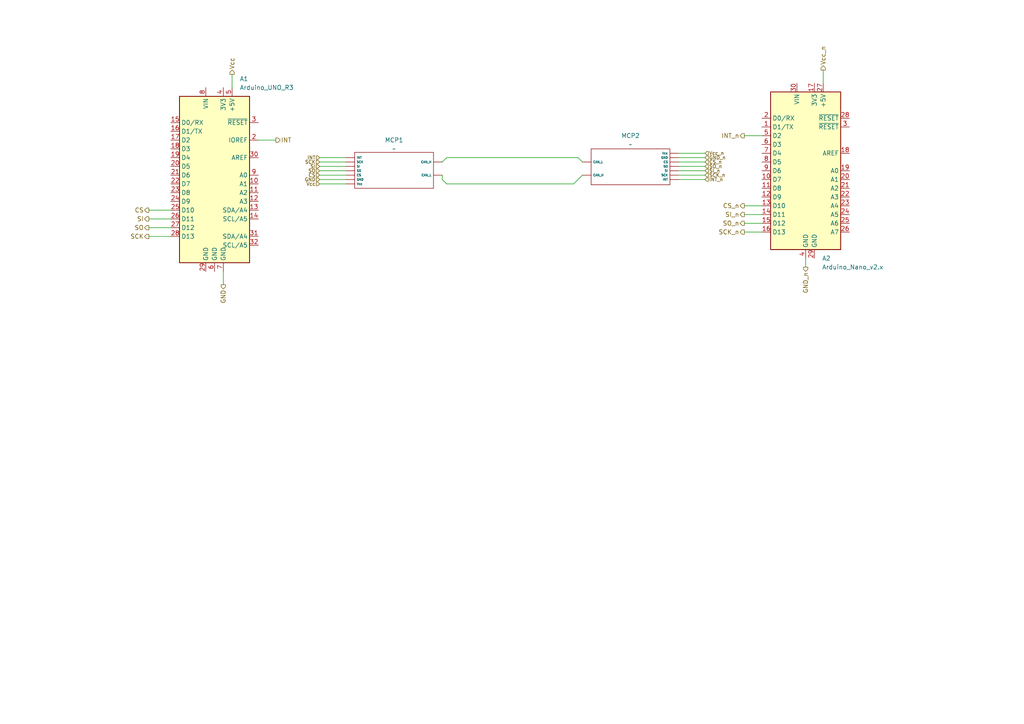
<source format=kicad_sch>
(kicad_sch (version 20231120) (generator "eeschema") (generator_version "8.0")
  (paper "A4")
  (title_block (title "All connections") (date "2024-07-21"))
  (lib_symbols
    (symbol "Embedded_library:MCP2515_modul_ET"
      (property "Reference" "MCP2515" (at 0 8.128 0))
      (symbol "MCP2515_modul_ET_0_1"
        (rectangle (start -10.16 5.334) (end 12.7 -5.08))
      )
      (symbol "MCP2515_modul_ET_1_1"
        (pin output line (at 15.24 2.54 180) (length 2.54) (name "CAN_H") (number ""))
        (pin output line (at 15.24 -1.27 180) (length 2.54) (name "CAN_L") (number ""))
        (pin input line (at -12.7 -1.27 0) (length 2.54) (name "CS") (number ""))
        (pin input line (at -12.7 -2.54 0) (length 2.54) (name "GND") (number ""))
        (pin input line (at -12.7 3.81 0) (length 2.54) (name "INT") (number ""))
        (pin input line (at -12.7 2.54 0) (length 2.54) (name "SCK") (number ""))
        (pin input line (at -12.7 1.27 0) (length 2.54) (name "SI") (number ""))
        (pin input line (at -12.7 0 0) (length 2.54) (name "SO") (number ""))
        (pin input line (at -12.7 -3.81 0) (length 2.54) (name "Vcc") (number ""))
      )
    )
    (symbol "MCU_Module:Arduino_Nano_v2.x"
      (property "Reference" "A" (at -10.16 23.495 0))
      (property "Value" "Arduino_Nano_v2.x" (at 5.08 -24.13 0))
      (symbol "Arduino_Nano_v2.x_0_1"
        (rectangle (start -10.16 22.86) (end 10.16 -22.86) (stroke (width 0.254)) (fill (type background)))
      )
      (symbol "Arduino_Nano_v2.x_1_1"
        (pin bidirectional line (at -12.7 12.7 0) (length 2.54) (name "D1/TX") (number "1"))
        (pin bidirectional line (at -12.7 -2.54 0) (length 2.54) (name "D7") (number "10"))
        (pin bidirectional line (at -12.7 -5.08 0) (length 2.54) (name "D8") (number "11"))
        (pin bidirectional line (at -12.7 -7.62 0) (length 2.54) (name "D9") (number "12"))
        (pin bidirectional line (at -12.7 -10.16 0) (length 2.54) (name "D10") (number "13"))
        (pin bidirectional line (at -12.7 -12.7 0) (length 2.54) (name "D11") (number "14"))
        (pin bidirectional line (at -12.7 -15.24 0) (length 2.54) (name "D12") (number "15"))
        (pin bidirectional line (at -12.7 -17.78 0) (length 2.54) (name "D13") (number "16"))
        (pin power_out line (at 2.54 25.4 270) (length 2.54) (name "3V3") (number "17"))
        (pin input line (at 12.7 5.08 180) (length 2.54) (name "AREF") (number "18"))
        (pin bidirectional line (at 12.7 0 180) (length 2.54) (name "A0") (number "19"))
        (pin bidirectional line (at -12.7 15.24 0) (length 2.54) (name "D0/RX") (number "2"))
        (pin bidirectional line (at 12.7 -2.54 180) (length 2.54) (name "A1") (number "20"))
        (pin bidirectional line (at 12.7 -5.08 180) (length 2.54) (name "A2") (number "21"))
        (pin bidirectional line (at 12.7 -7.62 180) (length 2.54) (name "A3") (number "22"))
        (pin bidirectional line (at 12.7 -10.16 180) (length 2.54) (name "A4") (number "23"))
        (pin bidirectional line (at 12.7 -12.7 180) (length 2.54) (name "A5") (number "24"))
        (pin bidirectional line (at 12.7 -15.24 180) (length 2.54) (name "A6") (number "25"))
        (pin bidirectional line (at 12.7 -17.78 180) (length 2.54) (name "A7") (number "26"))
        (pin power_out line (at 5.08 25.4 270) (length 2.54) (name "+5V") (number "27"))
        (pin input line (at 12.7 15.24 180) (length 2.54) (name "~{RESET}") (number "28"))
        (pin power_in line (at 2.54 -25.4 90) (length 2.54) (name "GND") (number "29"))
        (pin input line (at 12.7 12.7 180) (length 2.54) (name "~{RESET}") (number "3"))
        (pin power_in line (at -2.54 25.4 270) (length 2.54) (name "VIN") (number "30"))
        (pin power_in line (at 0 -25.4 90) (length 2.54) (name "GND") (number "4"))
        (pin bidirectional line (at -12.7 10.16 0) (length 2.54) (name "D2") (number "5"))
        (pin bidirectional line (at -12.7 7.62 0) (length 2.54) (name "D3") (number "6"))
        (pin bidirectional line (at -12.7 5.08 0) (length 2.54) (name "D4") (number "7"))
        (pin bidirectional line (at -12.7 2.54 0) (length 2.54) (name "D5") (number "8"))
        (pin bidirectional line (at -12.7 0 0) (length 2.54) (name "D6") (number "9"))
      )
    )
    (symbol "MCU_Module:Arduino_UNO_R3"
      (property "Reference" "A" (at -10.16 23.495 0))
      (property "Value" "Arduino_UNO_R3" (at 5.08 -26.67 0))
      (symbol "Arduino_UNO_R3_0_1"
        (rectangle (start -10.16 22.86) (end 10.16 -25.4) (stroke (width 0.254)) (fill (type background)))
      )
      (symbol "Arduino_UNO_R3_1_1"
        (pin no_connect line (at -10.16 -20.32 0) (length 2.54) hide (name "NC") (number "1"))
        (pin bidirectional line (at 12.7 -2.54 180) (length 2.54) (name "A1") (number "10"))
        (pin bidirectional line (at 12.7 -5.08 180) (length 2.54) (name "A2") (number "11"))
        (pin bidirectional line (at 12.7 -7.62 180) (length 2.54) (name "A3") (number "12"))
        (pin bidirectional line (at 12.7 -10.16 180) (length 2.54) (name "SDA/A4") (number "13"))
        (pin bidirectional line (at 12.7 -12.7 180) (length 2.54) (name "SCL/A5") (number "14"))
        (pin bidirectional line (at -12.7 15.24 0) (length 2.54) (name "D0/RX") (number "15"))
        (pin bidirectional line (at -12.7 12.7 0) (length 2.54) (name "D1/TX") (number "16"))
        (pin bidirectional line (at -12.7 10.16 0) (length 2.54) (name "D2") (number "17"))
        (pin bidirectional line (at -12.7 7.62 0) (length 2.54) (name "D3") (number "18"))
        (pin bidirectional line (at -12.7 5.08 0) (length 2.54) (name "D4") (number "19"))
        (pin output line (at 12.7 10.16 180) (length 2.54) (name "IOREF") (number "2"))
        (pin bidirectional line (at -12.7 2.54 0) (length 2.54) (name "D5") (number "20"))
        (pin bidirectional line (at -12.7 0 0) (length 2.54) (name "D6") (number "21"))
        (pin bidirectional line (at -12.7 -2.54 0) (length 2.54) (name "D7") (number "22"))
        (pin bidirectional line (at -12.7 -5.08 0) (length 2.54) (name "D8") (number "23"))
        (pin bidirectional line (at -12.7 -7.62 0) (length 2.54) (name "D9") (number "24"))
        (pin bidirectional line (at -12.7 -10.16 0) (length 2.54) (name "D10") (number "25"))
        (pin bidirectional line (at -12.7 -12.7 0) (length 2.54) (name "D11") (number "26"))
        (pin bidirectional line (at -12.7 -15.24 0) (length 2.54) (name "D12") (number "27"))
        (pin bidirectional line (at -12.7 -17.78 0) (length 2.54) (name "D13") (number "28"))
        (pin power_in line (at -2.54 -27.94 90) (length 2.54) (name "GND") (number "29"))
        (pin input line (at 12.7 15.24 180) (length 2.54) (name "~{RESET}") (number "3"))
        (pin input line (at 12.7 5.08 180) (length 2.54) (name "AREF") (number "30"))
        (pin bidirectional line (at 12.7 -17.78 180) (length 2.54) (name "SDA/A4") (number "31"))
        (pin bidirectional line (at 12.7 -20.32 180) (length 2.54) (name "SCL/A5") (number "32"))
        (pin power_out line (at 2.54 25.4 270) (length 2.54) (name "3V3") (number "4"))
        (pin power_out line (at 5.08 25.4 270) (length 2.54) (name "+5V") (number "5"))
        (pin power_in line (at 0 -27.94 90) (length 2.54) (name "GND") (number "6"))
        (pin power_in line (at 2.54 -27.94 90) (length 2.54) (name "GND") (number "7"))
        (pin power_in line (at -2.54 25.4 270) (length 2.54) (name "VIN") (number "8"))
        (pin bidirectional line (at 12.7 0 180) (length 2.54) (name "A0") (number "9"))
      )
    )
  )
  (wire (pts (xy 167.64 45.72) (xy 168.91 46.99)))
  (wire (pts (xy 92.71 50.8) (xy 100.33 50.8)))
  (wire (pts (xy 92.71 48.26) (xy 100.33 48.26)))
  (wire (pts (xy 215.9 39.37) (xy 220.98 39.37)))
  (wire (pts (xy 92.71 46.99) (xy 100.33 46.99)))
  (wire (pts (xy 196.85 52.07) (xy 204.47 52.07)))
  (wire (pts (xy 67.31 21.59) (xy 67.31 25.4)))
  (wire (pts (xy 128.27 50.8) (xy 128.27 52.07)))
  (wire (pts (xy 215.9 64.77) (xy 220.98 64.77)))
  (wire (pts (xy 196.85 45.72) (xy 204.47 45.72)))
  (wire (pts (xy 43.18 60.96) (xy 49.53 60.96)))
  (wire (pts (xy 43.18 68.58) (xy 49.53 68.58)))
  (wire (pts (xy 196.85 46.99) (xy 204.47 46.99)))
  (wire (pts (xy 215.9 62.23) (xy 220.98 62.23)))
  (wire (pts (xy 196.85 48.26) (xy 204.47 48.26)))
  (wire (pts (xy 92.71 53.34) (xy 100.33 53.34)))
  (wire (pts (xy 166.37 53.34) (xy 168.91 50.8)))
  (wire (pts (xy 129.54 53.34) (xy 166.37 53.34)))
  (wire (pts (xy 43.18 66.04) (xy 49.53 66.04)))
  (wire (pts (xy 74.93 40.64) (xy 80.01 40.64)))
  (wire (pts (xy 92.71 52.07) (xy 100.33 52.07)))
  (wire (pts (xy 196.85 44.45) (xy 204.47 44.45)))
  (wire (pts (xy 196.85 49.53) (xy 204.47 49.53)))
  (wire (pts (xy 238.76 20.32) (xy 238.76 24.13)))
  (wire (pts (xy 128.27 46.99) (xy 129.54 45.72)))
  (wire (pts (xy 128.27 52.07) (xy 129.54 53.34)))
  (wire (pts (xy 233.68 74.93) (xy 233.68 77.47)))
  (wire (pts (xy 129.54 45.72) (xy 167.64 45.72)))
  (wire (pts (xy 215.9 59.69) (xy 220.98 59.69)))
  (wire (pts (xy 43.18 63.5) (xy 49.53 63.5)))
  (wire (pts (xy 196.85 50.8) (xy 204.47 50.8)))
  (wire (pts (xy 92.71 45.72) (xy 100.33 45.72)))
  (wire (pts (xy 64.77 78.74) (xy 64.77 82.55)))
  (wire (pts (xy 92.71 49.53) (xy 100.33 49.53)))
  (wire (pts (xy 215.9 67.31) (xy 220.98 67.31)))
  (hierarchical_label "CS_n" (shape input) (at 204.47 46.99 0) (effects (font (size 1 1))))
  (hierarchical_label "SCK_n" (shape output) (at 215.9 67.31 180))
  (hierarchical_label "SO" (shape output) (at 43.18 66.04 180))
  (hierarchical_label "INT_n" (shape input) (at 204.47 52.07 0) (effects (font (size 1 1))))
  (hierarchical_label "GND" (shape input) (at 92.71 52.07 180) (effects (font (size 1 1))))
  (hierarchical_label "SCK_n" (shape input) (at 204.47 50.8 0) (effects (font (size 1 1))))
  (hierarchical_label "SCK" (shape output) (at 43.18 68.58 180))
  (hierarchical_label "INT" (shape output) (at 80.01 40.64 0))
  (hierarchical_label "SO" (shape input) (at 92.71 49.53 180) (effects (font (size 1 1))))
  (hierarchical_label "SI_n" (shape input) (at 204.47 49.53 0) (effects (font (size 1 1))))
  (hierarchical_label "Vcc_n" (shape output) (at 238.76 20.32 90))
  (hierarchical_label "Vcc" (shape input) (at 92.71 53.34 180) (effects (font (size 1 1))))
  (hierarchical_label "SI" (shape output) (at 43.18 63.5 180))
  (hierarchical_label "GND_n" (shape output) (at 233.68 77.47 270))
  (hierarchical_label "CS" (shape output) (at 43.18 60.96 180))
  (hierarchical_label "CS" (shape input) (at 92.71 50.8 180) (effects (font (size 1 1))))
  (hierarchical_label "GND" (shape output) (at 64.77 82.55 270))
  (hierarchical_label "SCK" (shape input) (at 92.71 46.99 180) (effects (font (size 1 1))))
  (hierarchical_label "Vcc_n" (shape input) (at 204.47 44.45 0) (effects (font (size 1 1))))
  (hierarchical_label "GND_n" (shape input) (at 204.47 45.72 0) (effects (font (size 1 1))))
  (hierarchical_label "CS_n" (shape output) (at 215.9 59.69 180))
  (hierarchical_label "SO_n" (shape output) (at 215.9 64.77 180))
  (hierarchical_label "SI" (shape input) (at 92.71 48.26 180) (effects (font (size 1 1))))
  (hierarchical_label "SO_n" (shape input) (at 204.47 48.26 0) (effects (font (size 1 1))))
  (hierarchical_label "INT_n" (shape output) (at 215.9 39.37 180))
  (hierarchical_label "Vcc" (shape output) (at 67.31 21.59 90))
  (hierarchical_label "INT" (shape input) (at 92.71 45.72 180) (effects (font (size 1 1))))
  (hierarchical_label "SI_n" (shape output) (at 215.9 62.23 180))
  (symbol (lib_id "Embedded_library:MCP2515_modul_ET") (at 184.15 48.26 180) (unit 1)
    (property "Reference" "MCP2" (at 182.88 39.37 0))
    (property "Value" "~" (at 182.88 41.91 0))
  )
  (symbol (lib_id "MCU_Module:Arduino_UNO_R3") (at 62.23 50.8 0) (unit 1)
    (property "Reference" "A1" (at 69.5041 22.86 0) (effects (justify left)))
    (property "Value" "Arduino_UNO_R3" (at 69.5041 25.4 0) (effects (justify left)))
    (property "Footprint" "Module:Arduino_UNO_R3" (effects (hide yes)))
    (property "Datasheet" "https://www.arduino.cc/en/Main/arduinoBoardUno" (effects (hide yes)))
    (property "Description" "Arduino UNO Microcontroller Module, release 3" (effects (hide yes)))
  )
  (symbol (lib_id "Embedded_library:MCP2515_modul_ET") (at 113.03 49.53 0) (unit 1)
    (property "Reference" "MCP1" (at 114.3 40.64 0))
    (property "Value" "~" (at 114.3 43.18 0))
  )
  (symbol (lib_id "MCU_Module:Arduino_Nano_v2.x") (at 233.68 49.53 0) (unit 1)
    (property "Reference" "A2" (at 238.4141 74.93 0) (effects (justify left)))
    (property "Value" "Arduino_Nano_v2.x" (at 238.4141 77.47 0) (effects (justify left)))
    (property "Footprint" "Module:Arduino_Nano" (effects (hide yes)))
    (property "Datasheet" "https://www.arduino.cc/en/uploads/Main/ArduinoNanoManual23.pdf" (effects (hide yes)))
    (property "Description" "Arduino Nano v2.x" (effects (hide yes)))
  )
)
</source>
